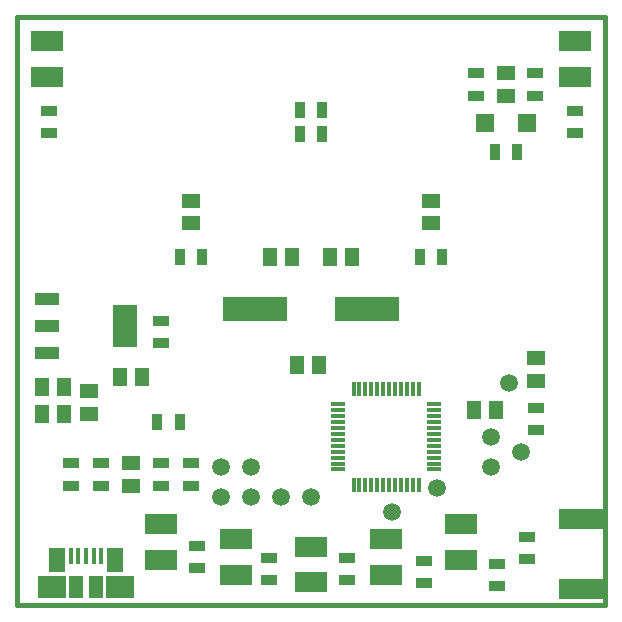
<source format=gtp>
G04 (created by PCBNEW-RS274X (2012-01-19 BZR 3256)-stable) date 4/1/2013 11:25:46 AM*
G01*
G70*
G90*
%MOIN*%
G04 Gerber Fmt 3.4, Leading zero omitted, Abs format*
%FSLAX34Y34*%
G04 APERTURE LIST*
%ADD10C,0.006000*%
%ADD11C,0.015000*%
%ADD12R,0.046200X0.074700*%
%ADD13R,0.093500X0.074700*%
%ADD14R,0.058000X0.082700*%
%ADD15R,0.017700X0.054300*%
%ADD16R,0.145700X0.066900*%
%ADD17R,0.080000X0.144000*%
%ADD18R,0.080000X0.040000*%
%ADD19R,0.011800X0.051200*%
%ADD20R,0.051200X0.011800*%
%ADD21R,0.059000X0.059000*%
%ADD22R,0.216500X0.078700*%
%ADD23R,0.106200X0.070700*%
%ADD24R,0.055000X0.035000*%
%ADD25R,0.051200X0.059000*%
%ADD26R,0.059000X0.051200*%
%ADD27R,0.035000X0.055000*%
%ADD28C,0.059100*%
G04 APERTURE END LIST*
G54D10*
G54D11*
X27700Y-48600D02*
X27700Y-29000D01*
X47300Y-48600D02*
X27700Y-48600D01*
X47300Y-29000D02*
X47300Y-48600D01*
X27700Y-29000D02*
X47300Y-29000D01*
G54D12*
X29670Y-48000D03*
X30330Y-48000D03*
G54D13*
X31147Y-48000D03*
X28853Y-48000D03*
G54D14*
X30969Y-47095D03*
X29031Y-47095D03*
G54D15*
X29488Y-46953D03*
X29744Y-46953D03*
X30000Y-46953D03*
X30256Y-46953D03*
X30512Y-46953D03*
G54D16*
X46500Y-48061D03*
X46500Y-45739D03*
G54D17*
X31300Y-39300D03*
G54D18*
X28700Y-39300D03*
X28700Y-40200D03*
X28700Y-38400D03*
G54D19*
X40492Y-41386D03*
X40295Y-41386D03*
X40098Y-41386D03*
X39902Y-41386D03*
X39705Y-41386D03*
X41083Y-41386D03*
X40886Y-41386D03*
X40689Y-41386D03*
G54D20*
X38386Y-41917D03*
X38386Y-42114D03*
X38386Y-42311D03*
X38386Y-42508D03*
X38386Y-42705D03*
X38386Y-42902D03*
X38386Y-43098D03*
X38386Y-43295D03*
G54D19*
X38917Y-44614D03*
X39114Y-44614D03*
X39311Y-44614D03*
X39508Y-44614D03*
X39705Y-44614D03*
X39902Y-44614D03*
X40098Y-44614D03*
X40295Y-44614D03*
G54D20*
X41614Y-44083D03*
X41614Y-43886D03*
X41614Y-43689D03*
X41614Y-43492D03*
X41614Y-43295D03*
X41614Y-43098D03*
X41614Y-42902D03*
X41614Y-42705D03*
G54D19*
X39508Y-41386D03*
X39311Y-41386D03*
X39114Y-41386D03*
X38917Y-41386D03*
G54D20*
X38386Y-43492D03*
X38386Y-43689D03*
X38386Y-43886D03*
X38386Y-44083D03*
G54D19*
X40492Y-44614D03*
X40689Y-44614D03*
X40886Y-44614D03*
X41083Y-44614D03*
G54D20*
X41614Y-42508D03*
X41614Y-42311D03*
X41614Y-42114D03*
X41614Y-41917D03*
G54D21*
X44688Y-32550D03*
X43312Y-32550D03*
G54D22*
X35630Y-38750D03*
X39370Y-38750D03*
G54D23*
X28700Y-29810D03*
X28700Y-30990D03*
X46300Y-29810D03*
X46300Y-30990D03*
X32500Y-45910D03*
X32500Y-47090D03*
X35000Y-46410D03*
X35000Y-47590D03*
X37500Y-46660D03*
X37500Y-47840D03*
X40000Y-46410D03*
X40000Y-47590D03*
X42500Y-45910D03*
X42500Y-47090D03*
G54D24*
X32500Y-39125D03*
X32500Y-39875D03*
G54D25*
X28525Y-41350D03*
X29275Y-41350D03*
G54D26*
X45000Y-41125D03*
X45000Y-40375D03*
X33500Y-35875D03*
X33500Y-35125D03*
G54D25*
X42925Y-42100D03*
X43675Y-42100D03*
X37775Y-40600D03*
X37025Y-40600D03*
X36125Y-37000D03*
X36875Y-37000D03*
X38875Y-37000D03*
X38125Y-37000D03*
G54D26*
X31500Y-43875D03*
X31500Y-44625D03*
X30100Y-42225D03*
X30100Y-41475D03*
G54D24*
X28750Y-32125D03*
X28750Y-32875D03*
X45000Y-42775D03*
X45000Y-42025D03*
G54D27*
X41875Y-37000D03*
X41125Y-37000D03*
G54D24*
X29500Y-43875D03*
X29500Y-44625D03*
X30500Y-44625D03*
X30500Y-43875D03*
G54D27*
X37125Y-32900D03*
X37875Y-32900D03*
X37125Y-32100D03*
X37875Y-32100D03*
X33875Y-37000D03*
X33125Y-37000D03*
G54D24*
X46300Y-32125D03*
X46300Y-32875D03*
X44950Y-30875D03*
X44950Y-31625D03*
X33700Y-46625D03*
X33700Y-47375D03*
X36100Y-47025D03*
X36100Y-47775D03*
X38700Y-47025D03*
X38700Y-47775D03*
X41250Y-47125D03*
X41250Y-47875D03*
X43700Y-47225D03*
X43700Y-47975D03*
X44700Y-46325D03*
X44700Y-47075D03*
X33500Y-43875D03*
X33500Y-44625D03*
G54D27*
X33125Y-42500D03*
X32375Y-42500D03*
G54D24*
X32500Y-44625D03*
X32500Y-43875D03*
G54D27*
X43625Y-33500D03*
X44375Y-33500D03*
G54D24*
X43000Y-31625D03*
X43000Y-30875D03*
G54D26*
X44000Y-31625D03*
X44000Y-30875D03*
G54D25*
X28525Y-42250D03*
X29275Y-42250D03*
X31875Y-41000D03*
X31125Y-41000D03*
G54D26*
X41500Y-35875D03*
X41500Y-35125D03*
G54D28*
X41700Y-44700D03*
X34500Y-44000D03*
X35500Y-45000D03*
X40200Y-45500D03*
X37500Y-45000D03*
X35500Y-44000D03*
X34500Y-45000D03*
X43500Y-44000D03*
X44100Y-41200D03*
X36500Y-45000D03*
X44500Y-43500D03*
X43500Y-43000D03*
M02*

</source>
